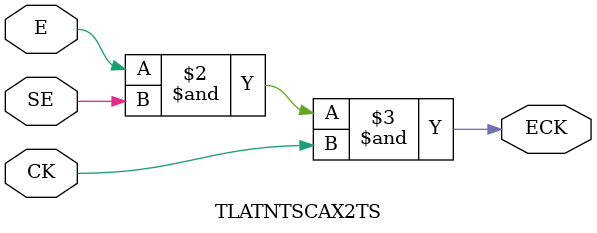
<source format=v>
module clock_gate (
  input CLK,
  input EN,
  input TE,
  output wire ECK
);

  TLATNTSCAX2TS latch (
    .E(EN),
    .SE(TE),
    .CK(CLK),
    .ECK(ECK)
  );


endmodule

module TLATNTSCAX2TS (
  input E,
  input SE,
  input CK,
  output reg ECK
);

  always @* begin
    ECK <= E & SE & CK;
  end

endmodule
</source>
